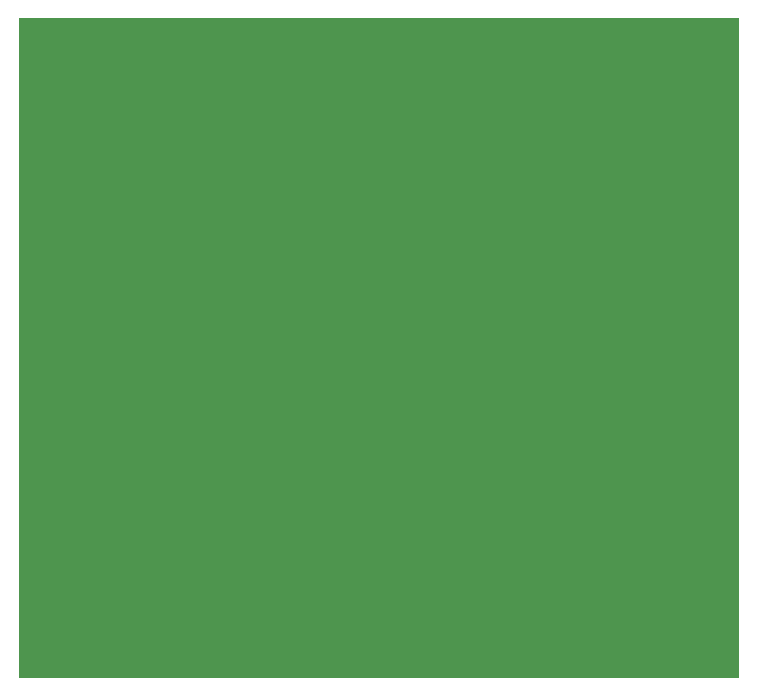
<source format=gbr>
G04 DipTrace Beta 2.3.9.1*
%INBoard.gbr*%
%MOIN*%
%ADD11C,0.0055*%
%FSLAX44Y44*%
G04*
G70*
G90*
G75*
G01*
%LNBoardPoly*%
%LPD*%
G36*
X3937Y25937D2*
D11*
Y3937D1*
X27937D1*
Y25937D1*
X3937D1*
G37*
M02*

</source>
